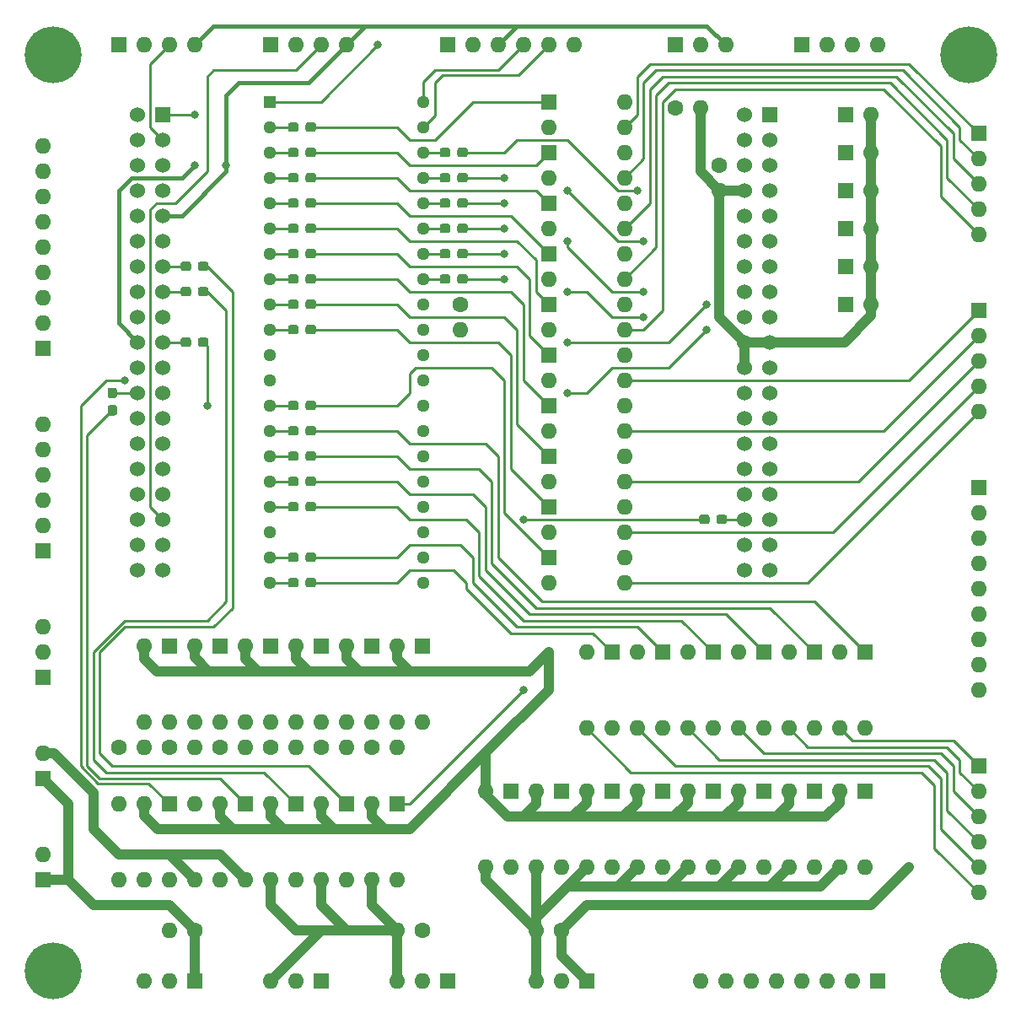
<source format=gbl>
G04 #@! TF.GenerationSoftware,KiCad,Pcbnew,(5.1.6)-1*
G04 #@! TF.CreationDate,2023-04-05T00:01:16+09:00*
G04 #@! TF.ProjectId,SubPCB,53756250-4342-42e6-9b69-6361645f7063,rev?*
G04 #@! TF.SameCoordinates,Original*
G04 #@! TF.FileFunction,Copper,L2,Bot*
G04 #@! TF.FilePolarity,Positive*
%FSLAX46Y46*%
G04 Gerber Fmt 4.6, Leading zero omitted, Abs format (unit mm)*
G04 Created by KiCad (PCBNEW (5.1.6)-1) date 2023-04-05 00:01:16*
%MOMM*%
%LPD*%
G01*
G04 APERTURE LIST*
G04 #@! TA.AperFunction,ComponentPad*
%ADD10O,1.600000X1.600000*%
G04 #@! TD*
G04 #@! TA.AperFunction,ComponentPad*
%ADD11R,1.600000X1.600000*%
G04 #@! TD*
G04 #@! TA.AperFunction,ComponentPad*
%ADD12R,1.530000X1.530000*%
G04 #@! TD*
G04 #@! TA.AperFunction,ComponentPad*
%ADD13C,1.530000*%
G04 #@! TD*
G04 #@! TA.AperFunction,ComponentPad*
%ADD14C,1.600000*%
G04 #@! TD*
G04 #@! TA.AperFunction,ComponentPad*
%ADD15C,1.280000*%
G04 #@! TD*
G04 #@! TA.AperFunction,ComponentPad*
%ADD16R,1.280000X1.280000*%
G04 #@! TD*
G04 #@! TA.AperFunction,ComponentPad*
%ADD17C,5.700000*%
G04 #@! TD*
G04 #@! TA.AperFunction,ViaPad*
%ADD18C,0.800000*%
G04 #@! TD*
G04 #@! TA.AperFunction,Conductor*
%ADD19C,0.400000*%
G04 #@! TD*
G04 #@! TA.AperFunction,Conductor*
%ADD20C,1.000000*%
G04 #@! TD*
G04 #@! TA.AperFunction,Conductor*
%ADD21C,0.250000*%
G04 #@! TD*
G04 APERTURE END LIST*
D10*
X83185000Y-6985000D03*
D11*
X80645000Y-6985000D03*
D10*
X83185000Y-10795000D03*
D11*
X80645000Y-10795000D03*
D10*
X83185000Y-14605000D03*
D11*
X80645000Y-14605000D03*
D10*
X83185000Y-18415000D03*
D11*
X80645000Y-18415000D03*
D10*
X83185000Y-22225000D03*
D11*
X80645000Y-22225000D03*
D10*
X83185000Y-26035000D03*
D11*
X80645000Y-26035000D03*
G04 #@! TA.AperFunction,SMDPad,CuDef*
G36*
G01*
X40925000Y-23257500D02*
X40925000Y-23732500D01*
G75*
G02*
X40687500Y-23970000I-237500J0D01*
G01*
X40112500Y-23970000D01*
G75*
G02*
X39875000Y-23732500I0J237500D01*
G01*
X39875000Y-23257500D01*
G75*
G02*
X40112500Y-23020000I237500J0D01*
G01*
X40687500Y-23020000D01*
G75*
G02*
X40925000Y-23257500I0J-237500D01*
G01*
G37*
G04 #@! TD.AperFunction*
G04 #@! TA.AperFunction,SMDPad,CuDef*
G36*
G01*
X42675000Y-23257500D02*
X42675000Y-23732500D01*
G75*
G02*
X42437500Y-23970000I-237500J0D01*
G01*
X41862500Y-23970000D01*
G75*
G02*
X41625000Y-23732500I0J237500D01*
G01*
X41625000Y-23257500D01*
G75*
G02*
X41862500Y-23020000I237500J0D01*
G01*
X42437500Y-23020000D01*
G75*
G02*
X42675000Y-23257500I0J-237500D01*
G01*
G37*
G04 #@! TD.AperFunction*
G04 #@! TA.AperFunction,SMDPad,CuDef*
G36*
G01*
X40925000Y-20717500D02*
X40925000Y-21192500D01*
G75*
G02*
X40687500Y-21430000I-237500J0D01*
G01*
X40112500Y-21430000D01*
G75*
G02*
X39875000Y-21192500I0J237500D01*
G01*
X39875000Y-20717500D01*
G75*
G02*
X40112500Y-20480000I237500J0D01*
G01*
X40687500Y-20480000D01*
G75*
G02*
X40925000Y-20717500I0J-237500D01*
G01*
G37*
G04 #@! TD.AperFunction*
G04 #@! TA.AperFunction,SMDPad,CuDef*
G36*
G01*
X42675000Y-20717500D02*
X42675000Y-21192500D01*
G75*
G02*
X42437500Y-21430000I-237500J0D01*
G01*
X41862500Y-21430000D01*
G75*
G02*
X41625000Y-21192500I0J237500D01*
G01*
X41625000Y-20717500D01*
G75*
G02*
X41862500Y-20480000I237500J0D01*
G01*
X42437500Y-20480000D01*
G75*
G02*
X42675000Y-20717500I0J-237500D01*
G01*
G37*
G04 #@! TD.AperFunction*
G04 #@! TA.AperFunction,SMDPad,CuDef*
G36*
G01*
X40925000Y-18177500D02*
X40925000Y-18652500D01*
G75*
G02*
X40687500Y-18890000I-237500J0D01*
G01*
X40112500Y-18890000D01*
G75*
G02*
X39875000Y-18652500I0J237500D01*
G01*
X39875000Y-18177500D01*
G75*
G02*
X40112500Y-17940000I237500J0D01*
G01*
X40687500Y-17940000D01*
G75*
G02*
X40925000Y-18177500I0J-237500D01*
G01*
G37*
G04 #@! TD.AperFunction*
G04 #@! TA.AperFunction,SMDPad,CuDef*
G36*
G01*
X42675000Y-18177500D02*
X42675000Y-18652500D01*
G75*
G02*
X42437500Y-18890000I-237500J0D01*
G01*
X41862500Y-18890000D01*
G75*
G02*
X41625000Y-18652500I0J237500D01*
G01*
X41625000Y-18177500D01*
G75*
G02*
X41862500Y-17940000I237500J0D01*
G01*
X42437500Y-17940000D01*
G75*
G02*
X42675000Y-18177500I0J-237500D01*
G01*
G37*
G04 #@! TD.AperFunction*
G04 #@! TA.AperFunction,SMDPad,CuDef*
G36*
G01*
X40925000Y-15637500D02*
X40925000Y-16112500D01*
G75*
G02*
X40687500Y-16350000I-237500J0D01*
G01*
X40112500Y-16350000D01*
G75*
G02*
X39875000Y-16112500I0J237500D01*
G01*
X39875000Y-15637500D01*
G75*
G02*
X40112500Y-15400000I237500J0D01*
G01*
X40687500Y-15400000D01*
G75*
G02*
X40925000Y-15637500I0J-237500D01*
G01*
G37*
G04 #@! TD.AperFunction*
G04 #@! TA.AperFunction,SMDPad,CuDef*
G36*
G01*
X42675000Y-15637500D02*
X42675000Y-16112500D01*
G75*
G02*
X42437500Y-16350000I-237500J0D01*
G01*
X41862500Y-16350000D01*
G75*
G02*
X41625000Y-16112500I0J237500D01*
G01*
X41625000Y-15637500D01*
G75*
G02*
X41862500Y-15400000I237500J0D01*
G01*
X42437500Y-15400000D01*
G75*
G02*
X42675000Y-15637500I0J-237500D01*
G01*
G37*
G04 #@! TD.AperFunction*
G04 #@! TA.AperFunction,SMDPad,CuDef*
G36*
G01*
X40925000Y-13097500D02*
X40925000Y-13572500D01*
G75*
G02*
X40687500Y-13810000I-237500J0D01*
G01*
X40112500Y-13810000D01*
G75*
G02*
X39875000Y-13572500I0J237500D01*
G01*
X39875000Y-13097500D01*
G75*
G02*
X40112500Y-12860000I237500J0D01*
G01*
X40687500Y-12860000D01*
G75*
G02*
X40925000Y-13097500I0J-237500D01*
G01*
G37*
G04 #@! TD.AperFunction*
G04 #@! TA.AperFunction,SMDPad,CuDef*
G36*
G01*
X42675000Y-13097500D02*
X42675000Y-13572500D01*
G75*
G02*
X42437500Y-13810000I-237500J0D01*
G01*
X41862500Y-13810000D01*
G75*
G02*
X41625000Y-13572500I0J237500D01*
G01*
X41625000Y-13097500D01*
G75*
G02*
X41862500Y-12860000I237500J0D01*
G01*
X42437500Y-12860000D01*
G75*
G02*
X42675000Y-13097500I0J-237500D01*
G01*
G37*
G04 #@! TD.AperFunction*
G04 #@! TA.AperFunction,SMDPad,CuDef*
G36*
G01*
X40925000Y-10557500D02*
X40925000Y-11032500D01*
G75*
G02*
X40687500Y-11270000I-237500J0D01*
G01*
X40112500Y-11270000D01*
G75*
G02*
X39875000Y-11032500I0J237500D01*
G01*
X39875000Y-10557500D01*
G75*
G02*
X40112500Y-10320000I237500J0D01*
G01*
X40687500Y-10320000D01*
G75*
G02*
X40925000Y-10557500I0J-237500D01*
G01*
G37*
G04 #@! TD.AperFunction*
G04 #@! TA.AperFunction,SMDPad,CuDef*
G36*
G01*
X42675000Y-10557500D02*
X42675000Y-11032500D01*
G75*
G02*
X42437500Y-11270000I-237500J0D01*
G01*
X41862500Y-11270000D01*
G75*
G02*
X41625000Y-11032500I0J237500D01*
G01*
X41625000Y-10557500D01*
G75*
G02*
X41862500Y-10320000I237500J0D01*
G01*
X42437500Y-10320000D01*
G75*
G02*
X42675000Y-10557500I0J-237500D01*
G01*
G37*
G04 #@! TD.AperFunction*
D12*
X73025000Y-6985000D03*
D13*
X73025000Y-52705000D03*
X70485000Y-6985000D03*
X73025000Y-9525000D03*
X70485000Y-9525000D03*
X73025000Y-12065000D03*
X70485000Y-12065000D03*
X73025000Y-14605000D03*
X70485000Y-14605000D03*
X73025000Y-17145000D03*
X70485000Y-17145000D03*
X73025000Y-19685000D03*
X70485000Y-19685000D03*
X73025000Y-22225000D03*
X70485000Y-22225000D03*
X73025000Y-24765000D03*
X70485000Y-24765000D03*
X73025000Y-27305000D03*
X70485000Y-27305000D03*
X73025000Y-29845000D03*
X70485000Y-29845000D03*
X73025000Y-32385000D03*
X70485000Y-32385000D03*
X73025000Y-34925000D03*
X70485000Y-34925000D03*
X73025000Y-37465000D03*
X70485000Y-37465000D03*
X73025000Y-40005000D03*
X70485000Y-40005000D03*
X73025000Y-42545000D03*
X70485000Y-42545000D03*
X73025000Y-45085000D03*
X70485000Y-45085000D03*
X73025000Y-47625000D03*
X70485000Y-47625000D03*
X73025000Y-50165000D03*
X70485000Y-50165000D03*
X70485000Y-52705000D03*
D12*
X12065000Y-6985000D03*
D13*
X12065000Y-52705000D03*
X9525000Y-6985000D03*
X12065000Y-9525000D03*
X9525000Y-9525000D03*
X12065000Y-12065000D03*
X9525000Y-12065000D03*
X12065000Y-14605000D03*
X9525000Y-14605000D03*
X12065000Y-17145000D03*
X9525000Y-17145000D03*
X12065000Y-19685000D03*
X9525000Y-19685000D03*
X12065000Y-22225000D03*
X9525000Y-22225000D03*
X12065000Y-24765000D03*
X9525000Y-24765000D03*
X12065000Y-27305000D03*
X9525000Y-27305000D03*
X12065000Y-29845000D03*
X9525000Y-29845000D03*
X12065000Y-32385000D03*
X9525000Y-32385000D03*
X12065000Y-34925000D03*
X9525000Y-34925000D03*
X12065000Y-37465000D03*
X9525000Y-37465000D03*
X12065000Y-40005000D03*
X9525000Y-40005000D03*
X12065000Y-42545000D03*
X9525000Y-42545000D03*
X12065000Y-45085000D03*
X9525000Y-45085000D03*
X12065000Y-47625000D03*
X9525000Y-47625000D03*
X12065000Y-50165000D03*
X9525000Y-50165000D03*
X9525000Y-52705000D03*
D10*
X25400000Y-93980000D03*
X22860000Y-93980000D03*
D11*
X27940000Y-93980000D03*
X76200000Y0D03*
D10*
X81280000Y0D03*
X78740000Y0D03*
X83820000Y0D03*
X93980000Y-52070000D03*
X93980000Y-46990000D03*
X93980000Y-49530000D03*
D11*
X93980000Y-44450000D03*
D10*
X93980000Y-54610000D03*
X93980000Y-57150000D03*
X93980000Y-59690000D03*
X93980000Y-62230000D03*
X93980000Y-64770000D03*
X46990000Y-82550000D03*
X44450000Y-74930000D03*
X44450000Y-82550000D03*
D11*
X46990000Y-74930000D03*
D10*
X52070000Y-82550000D03*
X49530000Y-74930000D03*
X49530000Y-82550000D03*
D11*
X52070000Y-74930000D03*
D10*
X57150000Y-82550000D03*
X54610000Y-74930000D03*
X54610000Y-82550000D03*
D11*
X57150000Y-74930000D03*
D10*
X62230000Y-82550000D03*
X59690000Y-74930000D03*
X59690000Y-82550000D03*
D11*
X62230000Y-74930000D03*
D10*
X67310000Y-82550000D03*
X64770000Y-74930000D03*
X64770000Y-82550000D03*
D11*
X67310000Y-74930000D03*
D10*
X72390000Y-82550000D03*
X69850000Y-74930000D03*
X69850000Y-82550000D03*
D11*
X72390000Y-74930000D03*
D10*
X77470000Y-82550000D03*
X74930000Y-74930000D03*
X74930000Y-82550000D03*
D11*
X77470000Y-74930000D03*
D10*
X82550000Y-82550000D03*
X80010000Y-74930000D03*
X80010000Y-82550000D03*
D11*
X82550000Y-74930000D03*
D10*
X57150000Y-68580000D03*
X54610000Y-60960000D03*
X54610000Y-68580000D03*
D11*
X57150000Y-60960000D03*
D10*
X62230000Y-68580000D03*
X59690000Y-60960000D03*
X59690000Y-68580000D03*
D11*
X62230000Y-60960000D03*
D10*
X67310000Y-68580000D03*
X64770000Y-60960000D03*
X64770000Y-68580000D03*
D11*
X67310000Y-60960000D03*
D10*
X72390000Y-68580000D03*
X69850000Y-60960000D03*
X69850000Y-68580000D03*
D11*
X72390000Y-60960000D03*
D10*
X77470000Y-68580000D03*
X74930000Y-60960000D03*
X74930000Y-68580000D03*
D11*
X77470000Y-60960000D03*
D10*
X82550000Y-68580000D03*
X80010000Y-60960000D03*
X80010000Y-68580000D03*
D11*
X82550000Y-60960000D03*
D10*
X58420000Y-51435000D03*
X50800000Y-53975000D03*
X58420000Y-53975000D03*
D11*
X50800000Y-51435000D03*
D10*
X58420000Y-46355000D03*
X50800000Y-48895000D03*
X58420000Y-48895000D03*
D11*
X50800000Y-46355000D03*
D10*
X58420000Y-41275000D03*
X50800000Y-43815000D03*
X58420000Y-43815000D03*
D11*
X50800000Y-41275000D03*
D10*
X58420000Y-36195000D03*
X50800000Y-38735000D03*
X58420000Y-38735000D03*
D11*
X50800000Y-36195000D03*
D10*
X58420000Y-31115000D03*
X50800000Y-33655000D03*
X58420000Y-33655000D03*
D11*
X50800000Y-31115000D03*
D10*
X58420000Y-26035000D03*
X50800000Y-28575000D03*
X58420000Y-28575000D03*
D11*
X50800000Y-26035000D03*
D10*
X58420000Y-20955000D03*
X50800000Y-23495000D03*
X58420000Y-23495000D03*
D11*
X50800000Y-20955000D03*
D10*
X58420000Y-15875000D03*
X50800000Y-18415000D03*
X58420000Y-18415000D03*
D11*
X50800000Y-15875000D03*
D10*
X58420000Y-10795000D03*
X50800000Y-13335000D03*
X58420000Y-13335000D03*
D11*
X50800000Y-10795000D03*
D10*
X58420000Y-5715000D03*
X50800000Y-8255000D03*
X58420000Y-8255000D03*
D11*
X50800000Y-5715000D03*
D10*
X12700000Y-67945000D03*
X10160000Y-60325000D03*
X10160000Y-67945000D03*
D11*
X12700000Y-60325000D03*
D10*
X17780000Y-67945000D03*
X15240000Y-60325000D03*
X15240000Y-67945000D03*
D11*
X17780000Y-60325000D03*
D10*
X22860000Y-67945000D03*
X20320000Y-60325000D03*
X20320000Y-67945000D03*
D11*
X22860000Y-60325000D03*
D10*
X27940000Y-67945000D03*
X25400000Y-60325000D03*
X25400000Y-67945000D03*
D11*
X27940000Y-60325000D03*
D10*
X33020000Y-67945000D03*
X30480000Y-60325000D03*
X30480000Y-67945000D03*
D11*
X33020000Y-60325000D03*
D10*
X38100000Y-67945000D03*
X35560000Y-60325000D03*
X35560000Y-67945000D03*
D11*
X38100000Y-60325000D03*
D10*
X25400000Y-83820000D03*
X22860000Y-76200000D03*
X22860000Y-83820000D03*
D11*
X25400000Y-76200000D03*
D10*
X30480000Y-83820000D03*
X27940000Y-76200000D03*
X27940000Y-83820000D03*
D11*
X30480000Y-76200000D03*
D10*
X35560000Y-83820000D03*
X33020000Y-76200000D03*
X33020000Y-83820000D03*
D11*
X35560000Y-76200000D03*
D10*
X12700000Y-83820000D03*
X7620000Y-76200000D03*
X10160000Y-83820000D03*
X10160000Y-76200000D03*
X7620000Y-83820000D03*
D11*
X12700000Y-76200000D03*
D10*
X20320000Y-83820000D03*
X15240000Y-76200000D03*
X17780000Y-83820000D03*
X17780000Y-76200000D03*
X15240000Y-83820000D03*
D11*
X20320000Y-76200000D03*
G04 #@! TA.AperFunction,SMDPad,CuDef*
G36*
G01*
X25685000Y-53737500D02*
X25685000Y-54212500D01*
G75*
G02*
X25447500Y-54450000I-237500J0D01*
G01*
X24872500Y-54450000D01*
G75*
G02*
X24635000Y-54212500I0J237500D01*
G01*
X24635000Y-53737500D01*
G75*
G02*
X24872500Y-53500000I237500J0D01*
G01*
X25447500Y-53500000D01*
G75*
G02*
X25685000Y-53737500I0J-237500D01*
G01*
G37*
G04 #@! TD.AperFunction*
G04 #@! TA.AperFunction,SMDPad,CuDef*
G36*
G01*
X27435000Y-53737500D02*
X27435000Y-54212500D01*
G75*
G02*
X27197500Y-54450000I-237500J0D01*
G01*
X26622500Y-54450000D01*
G75*
G02*
X26385000Y-54212500I0J237500D01*
G01*
X26385000Y-53737500D01*
G75*
G02*
X26622500Y-53500000I237500J0D01*
G01*
X27197500Y-53500000D01*
G75*
G02*
X27435000Y-53737500I0J-237500D01*
G01*
G37*
G04 #@! TD.AperFunction*
G04 #@! TA.AperFunction,SMDPad,CuDef*
G36*
G01*
X25685000Y-51197500D02*
X25685000Y-51672500D01*
G75*
G02*
X25447500Y-51910000I-237500J0D01*
G01*
X24872500Y-51910000D01*
G75*
G02*
X24635000Y-51672500I0J237500D01*
G01*
X24635000Y-51197500D01*
G75*
G02*
X24872500Y-50960000I237500J0D01*
G01*
X25447500Y-50960000D01*
G75*
G02*
X25685000Y-51197500I0J-237500D01*
G01*
G37*
G04 #@! TD.AperFunction*
G04 #@! TA.AperFunction,SMDPad,CuDef*
G36*
G01*
X27435000Y-51197500D02*
X27435000Y-51672500D01*
G75*
G02*
X27197500Y-51910000I-237500J0D01*
G01*
X26622500Y-51910000D01*
G75*
G02*
X26385000Y-51672500I0J237500D01*
G01*
X26385000Y-51197500D01*
G75*
G02*
X26622500Y-50960000I237500J0D01*
G01*
X27197500Y-50960000D01*
G75*
G02*
X27435000Y-51197500I0J-237500D01*
G01*
G37*
G04 #@! TD.AperFunction*
G04 #@! TA.AperFunction,SMDPad,CuDef*
G36*
G01*
X25685000Y-46117500D02*
X25685000Y-46592500D01*
G75*
G02*
X25447500Y-46830000I-237500J0D01*
G01*
X24872500Y-46830000D01*
G75*
G02*
X24635000Y-46592500I0J237500D01*
G01*
X24635000Y-46117500D01*
G75*
G02*
X24872500Y-45880000I237500J0D01*
G01*
X25447500Y-45880000D01*
G75*
G02*
X25685000Y-46117500I0J-237500D01*
G01*
G37*
G04 #@! TD.AperFunction*
G04 #@! TA.AperFunction,SMDPad,CuDef*
G36*
G01*
X27435000Y-46117500D02*
X27435000Y-46592500D01*
G75*
G02*
X27197500Y-46830000I-237500J0D01*
G01*
X26622500Y-46830000D01*
G75*
G02*
X26385000Y-46592500I0J237500D01*
G01*
X26385000Y-46117500D01*
G75*
G02*
X26622500Y-45880000I237500J0D01*
G01*
X27197500Y-45880000D01*
G75*
G02*
X27435000Y-46117500I0J-237500D01*
G01*
G37*
G04 #@! TD.AperFunction*
G04 #@! TA.AperFunction,SMDPad,CuDef*
G36*
G01*
X25685000Y-43577500D02*
X25685000Y-44052500D01*
G75*
G02*
X25447500Y-44290000I-237500J0D01*
G01*
X24872500Y-44290000D01*
G75*
G02*
X24635000Y-44052500I0J237500D01*
G01*
X24635000Y-43577500D01*
G75*
G02*
X24872500Y-43340000I237500J0D01*
G01*
X25447500Y-43340000D01*
G75*
G02*
X25685000Y-43577500I0J-237500D01*
G01*
G37*
G04 #@! TD.AperFunction*
G04 #@! TA.AperFunction,SMDPad,CuDef*
G36*
G01*
X27435000Y-43577500D02*
X27435000Y-44052500D01*
G75*
G02*
X27197500Y-44290000I-237500J0D01*
G01*
X26622500Y-44290000D01*
G75*
G02*
X26385000Y-44052500I0J237500D01*
G01*
X26385000Y-43577500D01*
G75*
G02*
X26622500Y-43340000I237500J0D01*
G01*
X27197500Y-43340000D01*
G75*
G02*
X27435000Y-43577500I0J-237500D01*
G01*
G37*
G04 #@! TD.AperFunction*
G04 #@! TA.AperFunction,SMDPad,CuDef*
G36*
G01*
X25685000Y-41037500D02*
X25685000Y-41512500D01*
G75*
G02*
X25447500Y-41750000I-237500J0D01*
G01*
X24872500Y-41750000D01*
G75*
G02*
X24635000Y-41512500I0J237500D01*
G01*
X24635000Y-41037500D01*
G75*
G02*
X24872500Y-40800000I237500J0D01*
G01*
X25447500Y-40800000D01*
G75*
G02*
X25685000Y-41037500I0J-237500D01*
G01*
G37*
G04 #@! TD.AperFunction*
G04 #@! TA.AperFunction,SMDPad,CuDef*
G36*
G01*
X27435000Y-41037500D02*
X27435000Y-41512500D01*
G75*
G02*
X27197500Y-41750000I-237500J0D01*
G01*
X26622500Y-41750000D01*
G75*
G02*
X26385000Y-41512500I0J237500D01*
G01*
X26385000Y-41037500D01*
G75*
G02*
X26622500Y-40800000I237500J0D01*
G01*
X27197500Y-40800000D01*
G75*
G02*
X27435000Y-41037500I0J-237500D01*
G01*
G37*
G04 #@! TD.AperFunction*
G04 #@! TA.AperFunction,SMDPad,CuDef*
G36*
G01*
X25685000Y-38497500D02*
X25685000Y-38972500D01*
G75*
G02*
X25447500Y-39210000I-237500J0D01*
G01*
X24872500Y-39210000D01*
G75*
G02*
X24635000Y-38972500I0J237500D01*
G01*
X24635000Y-38497500D01*
G75*
G02*
X24872500Y-38260000I237500J0D01*
G01*
X25447500Y-38260000D01*
G75*
G02*
X25685000Y-38497500I0J-237500D01*
G01*
G37*
G04 #@! TD.AperFunction*
G04 #@! TA.AperFunction,SMDPad,CuDef*
G36*
G01*
X27435000Y-38497500D02*
X27435000Y-38972500D01*
G75*
G02*
X27197500Y-39210000I-237500J0D01*
G01*
X26622500Y-39210000D01*
G75*
G02*
X26385000Y-38972500I0J237500D01*
G01*
X26385000Y-38497500D01*
G75*
G02*
X26622500Y-38260000I237500J0D01*
G01*
X27197500Y-38260000D01*
G75*
G02*
X27435000Y-38497500I0J-237500D01*
G01*
G37*
G04 #@! TD.AperFunction*
G04 #@! TA.AperFunction,SMDPad,CuDef*
G36*
G01*
X25685000Y-35957500D02*
X25685000Y-36432500D01*
G75*
G02*
X25447500Y-36670000I-237500J0D01*
G01*
X24872500Y-36670000D01*
G75*
G02*
X24635000Y-36432500I0J237500D01*
G01*
X24635000Y-35957500D01*
G75*
G02*
X24872500Y-35720000I237500J0D01*
G01*
X25447500Y-35720000D01*
G75*
G02*
X25685000Y-35957500I0J-237500D01*
G01*
G37*
G04 #@! TD.AperFunction*
G04 #@! TA.AperFunction,SMDPad,CuDef*
G36*
G01*
X27435000Y-35957500D02*
X27435000Y-36432500D01*
G75*
G02*
X27197500Y-36670000I-237500J0D01*
G01*
X26622500Y-36670000D01*
G75*
G02*
X26385000Y-36432500I0J237500D01*
G01*
X26385000Y-35957500D01*
G75*
G02*
X26622500Y-35720000I237500J0D01*
G01*
X27197500Y-35720000D01*
G75*
G02*
X27435000Y-35957500I0J-237500D01*
G01*
G37*
G04 #@! TD.AperFunction*
G04 #@! TA.AperFunction,SMDPad,CuDef*
G36*
G01*
X25685000Y-28337500D02*
X25685000Y-28812500D01*
G75*
G02*
X25447500Y-29050000I-237500J0D01*
G01*
X24872500Y-29050000D01*
G75*
G02*
X24635000Y-28812500I0J237500D01*
G01*
X24635000Y-28337500D01*
G75*
G02*
X24872500Y-28100000I237500J0D01*
G01*
X25447500Y-28100000D01*
G75*
G02*
X25685000Y-28337500I0J-237500D01*
G01*
G37*
G04 #@! TD.AperFunction*
G04 #@! TA.AperFunction,SMDPad,CuDef*
G36*
G01*
X27435000Y-28337500D02*
X27435000Y-28812500D01*
G75*
G02*
X27197500Y-29050000I-237500J0D01*
G01*
X26622500Y-29050000D01*
G75*
G02*
X26385000Y-28812500I0J237500D01*
G01*
X26385000Y-28337500D01*
G75*
G02*
X26622500Y-28100000I237500J0D01*
G01*
X27197500Y-28100000D01*
G75*
G02*
X27435000Y-28337500I0J-237500D01*
G01*
G37*
G04 #@! TD.AperFunction*
G04 #@! TA.AperFunction,SMDPad,CuDef*
G36*
G01*
X25685000Y-25797500D02*
X25685000Y-26272500D01*
G75*
G02*
X25447500Y-26510000I-237500J0D01*
G01*
X24872500Y-26510000D01*
G75*
G02*
X24635000Y-26272500I0J237500D01*
G01*
X24635000Y-25797500D01*
G75*
G02*
X24872500Y-25560000I237500J0D01*
G01*
X25447500Y-25560000D01*
G75*
G02*
X25685000Y-25797500I0J-237500D01*
G01*
G37*
G04 #@! TD.AperFunction*
G04 #@! TA.AperFunction,SMDPad,CuDef*
G36*
G01*
X27435000Y-25797500D02*
X27435000Y-26272500D01*
G75*
G02*
X27197500Y-26510000I-237500J0D01*
G01*
X26622500Y-26510000D01*
G75*
G02*
X26385000Y-26272500I0J237500D01*
G01*
X26385000Y-25797500D01*
G75*
G02*
X26622500Y-25560000I237500J0D01*
G01*
X27197500Y-25560000D01*
G75*
G02*
X27435000Y-25797500I0J-237500D01*
G01*
G37*
G04 #@! TD.AperFunction*
G04 #@! TA.AperFunction,SMDPad,CuDef*
G36*
G01*
X25685000Y-23257500D02*
X25685000Y-23732500D01*
G75*
G02*
X25447500Y-23970000I-237500J0D01*
G01*
X24872500Y-23970000D01*
G75*
G02*
X24635000Y-23732500I0J237500D01*
G01*
X24635000Y-23257500D01*
G75*
G02*
X24872500Y-23020000I237500J0D01*
G01*
X25447500Y-23020000D01*
G75*
G02*
X25685000Y-23257500I0J-237500D01*
G01*
G37*
G04 #@! TD.AperFunction*
G04 #@! TA.AperFunction,SMDPad,CuDef*
G36*
G01*
X27435000Y-23257500D02*
X27435000Y-23732500D01*
G75*
G02*
X27197500Y-23970000I-237500J0D01*
G01*
X26622500Y-23970000D01*
G75*
G02*
X26385000Y-23732500I0J237500D01*
G01*
X26385000Y-23257500D01*
G75*
G02*
X26622500Y-23020000I237500J0D01*
G01*
X27197500Y-23020000D01*
G75*
G02*
X27435000Y-23257500I0J-237500D01*
G01*
G37*
G04 #@! TD.AperFunction*
G04 #@! TA.AperFunction,SMDPad,CuDef*
G36*
G01*
X25685000Y-20717500D02*
X25685000Y-21192500D01*
G75*
G02*
X25447500Y-21430000I-237500J0D01*
G01*
X24872500Y-21430000D01*
G75*
G02*
X24635000Y-21192500I0J237500D01*
G01*
X24635000Y-20717500D01*
G75*
G02*
X24872500Y-20480000I237500J0D01*
G01*
X25447500Y-20480000D01*
G75*
G02*
X25685000Y-20717500I0J-237500D01*
G01*
G37*
G04 #@! TD.AperFunction*
G04 #@! TA.AperFunction,SMDPad,CuDef*
G36*
G01*
X27435000Y-20717500D02*
X27435000Y-21192500D01*
G75*
G02*
X27197500Y-21430000I-237500J0D01*
G01*
X26622500Y-21430000D01*
G75*
G02*
X26385000Y-21192500I0J237500D01*
G01*
X26385000Y-20717500D01*
G75*
G02*
X26622500Y-20480000I237500J0D01*
G01*
X27197500Y-20480000D01*
G75*
G02*
X27435000Y-20717500I0J-237500D01*
G01*
G37*
G04 #@! TD.AperFunction*
G04 #@! TA.AperFunction,SMDPad,CuDef*
G36*
G01*
X25685000Y-18177500D02*
X25685000Y-18652500D01*
G75*
G02*
X25447500Y-18890000I-237500J0D01*
G01*
X24872500Y-18890000D01*
G75*
G02*
X24635000Y-18652500I0J237500D01*
G01*
X24635000Y-18177500D01*
G75*
G02*
X24872500Y-17940000I237500J0D01*
G01*
X25447500Y-17940000D01*
G75*
G02*
X25685000Y-18177500I0J-237500D01*
G01*
G37*
G04 #@! TD.AperFunction*
G04 #@! TA.AperFunction,SMDPad,CuDef*
G36*
G01*
X27435000Y-18177500D02*
X27435000Y-18652500D01*
G75*
G02*
X27197500Y-18890000I-237500J0D01*
G01*
X26622500Y-18890000D01*
G75*
G02*
X26385000Y-18652500I0J237500D01*
G01*
X26385000Y-18177500D01*
G75*
G02*
X26622500Y-17940000I237500J0D01*
G01*
X27197500Y-17940000D01*
G75*
G02*
X27435000Y-18177500I0J-237500D01*
G01*
G37*
G04 #@! TD.AperFunction*
G04 #@! TA.AperFunction,SMDPad,CuDef*
G36*
G01*
X25685000Y-15637500D02*
X25685000Y-16112500D01*
G75*
G02*
X25447500Y-16350000I-237500J0D01*
G01*
X24872500Y-16350000D01*
G75*
G02*
X24635000Y-16112500I0J237500D01*
G01*
X24635000Y-15637500D01*
G75*
G02*
X24872500Y-15400000I237500J0D01*
G01*
X25447500Y-15400000D01*
G75*
G02*
X25685000Y-15637500I0J-237500D01*
G01*
G37*
G04 #@! TD.AperFunction*
G04 #@! TA.AperFunction,SMDPad,CuDef*
G36*
G01*
X27435000Y-15637500D02*
X27435000Y-16112500D01*
G75*
G02*
X27197500Y-16350000I-237500J0D01*
G01*
X26622500Y-16350000D01*
G75*
G02*
X26385000Y-16112500I0J237500D01*
G01*
X26385000Y-15637500D01*
G75*
G02*
X26622500Y-15400000I237500J0D01*
G01*
X27197500Y-15400000D01*
G75*
G02*
X27435000Y-15637500I0J-237500D01*
G01*
G37*
G04 #@! TD.AperFunction*
G04 #@! TA.AperFunction,SMDPad,CuDef*
G36*
G01*
X25685000Y-13097500D02*
X25685000Y-13572500D01*
G75*
G02*
X25447500Y-13810000I-237500J0D01*
G01*
X24872500Y-13810000D01*
G75*
G02*
X24635000Y-13572500I0J237500D01*
G01*
X24635000Y-13097500D01*
G75*
G02*
X24872500Y-12860000I237500J0D01*
G01*
X25447500Y-12860000D01*
G75*
G02*
X25685000Y-13097500I0J-237500D01*
G01*
G37*
G04 #@! TD.AperFunction*
G04 #@! TA.AperFunction,SMDPad,CuDef*
G36*
G01*
X27435000Y-13097500D02*
X27435000Y-13572500D01*
G75*
G02*
X27197500Y-13810000I-237500J0D01*
G01*
X26622500Y-13810000D01*
G75*
G02*
X26385000Y-13572500I0J237500D01*
G01*
X26385000Y-13097500D01*
G75*
G02*
X26622500Y-12860000I237500J0D01*
G01*
X27197500Y-12860000D01*
G75*
G02*
X27435000Y-13097500I0J-237500D01*
G01*
G37*
G04 #@! TD.AperFunction*
G04 #@! TA.AperFunction,SMDPad,CuDef*
G36*
G01*
X25685000Y-10557500D02*
X25685000Y-11032500D01*
G75*
G02*
X25447500Y-11270000I-237500J0D01*
G01*
X24872500Y-11270000D01*
G75*
G02*
X24635000Y-11032500I0J237500D01*
G01*
X24635000Y-10557500D01*
G75*
G02*
X24872500Y-10320000I237500J0D01*
G01*
X25447500Y-10320000D01*
G75*
G02*
X25685000Y-10557500I0J-237500D01*
G01*
G37*
G04 #@! TD.AperFunction*
G04 #@! TA.AperFunction,SMDPad,CuDef*
G36*
G01*
X27435000Y-10557500D02*
X27435000Y-11032500D01*
G75*
G02*
X27197500Y-11270000I-237500J0D01*
G01*
X26622500Y-11270000D01*
G75*
G02*
X26385000Y-11032500I0J237500D01*
G01*
X26385000Y-10557500D01*
G75*
G02*
X26622500Y-10320000I237500J0D01*
G01*
X27197500Y-10320000D01*
G75*
G02*
X27435000Y-10557500I0J-237500D01*
G01*
G37*
G04 #@! TD.AperFunction*
G04 #@! TA.AperFunction,SMDPad,CuDef*
G36*
G01*
X25685000Y-8017500D02*
X25685000Y-8492500D01*
G75*
G02*
X25447500Y-8730000I-237500J0D01*
G01*
X24872500Y-8730000D01*
G75*
G02*
X24635000Y-8492500I0J237500D01*
G01*
X24635000Y-8017500D01*
G75*
G02*
X24872500Y-7780000I237500J0D01*
G01*
X25447500Y-7780000D01*
G75*
G02*
X25685000Y-8017500I0J-237500D01*
G01*
G37*
G04 #@! TD.AperFunction*
G04 #@! TA.AperFunction,SMDPad,CuDef*
G36*
G01*
X27435000Y-8017500D02*
X27435000Y-8492500D01*
G75*
G02*
X27197500Y-8730000I-237500J0D01*
G01*
X26622500Y-8730000D01*
G75*
G02*
X26385000Y-8492500I0J237500D01*
G01*
X26385000Y-8017500D01*
G75*
G02*
X26622500Y-7780000I237500J0D01*
G01*
X27197500Y-7780000D01*
G75*
G02*
X27435000Y-8017500I0J-237500D01*
G01*
G37*
G04 #@! TD.AperFunction*
D10*
X10160000Y-70485000D03*
D14*
X7620000Y-70485000D03*
D10*
X15240000Y-70485000D03*
D14*
X12700000Y-70485000D03*
D10*
X20320000Y-70485000D03*
D14*
X17780000Y-70485000D03*
D10*
X25400000Y-70485000D03*
D14*
X22860000Y-70485000D03*
D10*
X30480000Y-70485000D03*
D14*
X27940000Y-70485000D03*
D10*
X35560000Y-70485000D03*
D14*
X33020000Y-70485000D03*
G04 #@! TA.AperFunction,SMDPad,CuDef*
G36*
G01*
X14890000Y-29607500D02*
X14890000Y-30082500D01*
G75*
G02*
X14652500Y-30320000I-237500J0D01*
G01*
X14077500Y-30320000D01*
G75*
G02*
X13840000Y-30082500I0J237500D01*
G01*
X13840000Y-29607500D01*
G75*
G02*
X14077500Y-29370000I237500J0D01*
G01*
X14652500Y-29370000D01*
G75*
G02*
X14890000Y-29607500I0J-237500D01*
G01*
G37*
G04 #@! TD.AperFunction*
G04 #@! TA.AperFunction,SMDPad,CuDef*
G36*
G01*
X16640000Y-29607500D02*
X16640000Y-30082500D01*
G75*
G02*
X16402500Y-30320000I-237500J0D01*
G01*
X15827500Y-30320000D01*
G75*
G02*
X15590000Y-30082500I0J237500D01*
G01*
X15590000Y-29607500D01*
G75*
G02*
X15827500Y-29370000I237500J0D01*
G01*
X16402500Y-29370000D01*
G75*
G02*
X16640000Y-29607500I0J-237500D01*
G01*
G37*
G04 #@! TD.AperFunction*
G04 #@! TA.AperFunction,SMDPad,CuDef*
G36*
G01*
X14890000Y-24527500D02*
X14890000Y-25002500D01*
G75*
G02*
X14652500Y-25240000I-237500J0D01*
G01*
X14077500Y-25240000D01*
G75*
G02*
X13840000Y-25002500I0J237500D01*
G01*
X13840000Y-24527500D01*
G75*
G02*
X14077500Y-24290000I237500J0D01*
G01*
X14652500Y-24290000D01*
G75*
G02*
X14890000Y-24527500I0J-237500D01*
G01*
G37*
G04 #@! TD.AperFunction*
G04 #@! TA.AperFunction,SMDPad,CuDef*
G36*
G01*
X16640000Y-24527500D02*
X16640000Y-25002500D01*
G75*
G02*
X16402500Y-25240000I-237500J0D01*
G01*
X15827500Y-25240000D01*
G75*
G02*
X15590000Y-25002500I0J237500D01*
G01*
X15590000Y-24527500D01*
G75*
G02*
X15827500Y-24290000I237500J0D01*
G01*
X16402500Y-24290000D01*
G75*
G02*
X16640000Y-24527500I0J-237500D01*
G01*
G37*
G04 #@! TD.AperFunction*
G04 #@! TA.AperFunction,SMDPad,CuDef*
G36*
G01*
X14890000Y-21987500D02*
X14890000Y-22462500D01*
G75*
G02*
X14652500Y-22700000I-237500J0D01*
G01*
X14077500Y-22700000D01*
G75*
G02*
X13840000Y-22462500I0J237500D01*
G01*
X13840000Y-21987500D01*
G75*
G02*
X14077500Y-21750000I237500J0D01*
G01*
X14652500Y-21750000D01*
G75*
G02*
X14890000Y-21987500I0J-237500D01*
G01*
G37*
G04 #@! TD.AperFunction*
G04 #@! TA.AperFunction,SMDPad,CuDef*
G36*
G01*
X16640000Y-21987500D02*
X16640000Y-22462500D01*
G75*
G02*
X16402500Y-22700000I-237500J0D01*
G01*
X15827500Y-22700000D01*
G75*
G02*
X15590000Y-22462500I0J237500D01*
G01*
X15590000Y-21987500D01*
G75*
G02*
X15827500Y-21750000I237500J0D01*
G01*
X16402500Y-21750000D01*
G75*
G02*
X16640000Y-21987500I0J-237500D01*
G01*
G37*
G04 #@! TD.AperFunction*
G04 #@! TA.AperFunction,SMDPad,CuDef*
G36*
G01*
X67660000Y-47862500D02*
X67660000Y-47387500D01*
G75*
G02*
X67897500Y-47150000I237500J0D01*
G01*
X68472500Y-47150000D01*
G75*
G02*
X68710000Y-47387500I0J-237500D01*
G01*
X68710000Y-47862500D01*
G75*
G02*
X68472500Y-48100000I-237500J0D01*
G01*
X67897500Y-48100000D01*
G75*
G02*
X67660000Y-47862500I0J237500D01*
G01*
G37*
G04 #@! TD.AperFunction*
G04 #@! TA.AperFunction,SMDPad,CuDef*
G36*
G01*
X65910000Y-47862500D02*
X65910000Y-47387500D01*
G75*
G02*
X66147500Y-47150000I237500J0D01*
G01*
X66722500Y-47150000D01*
G75*
G02*
X66960000Y-47387500I0J-237500D01*
G01*
X66960000Y-47862500D01*
G75*
G02*
X66722500Y-48100000I-237500J0D01*
G01*
X66147500Y-48100000D01*
G75*
G02*
X65910000Y-47862500I0J237500D01*
G01*
G37*
G04 #@! TD.AperFunction*
G04 #@! TA.AperFunction,SMDPad,CuDef*
G36*
G01*
X7222500Y-35450000D02*
X6747500Y-35450000D01*
G75*
G02*
X6510000Y-35212500I0J237500D01*
G01*
X6510000Y-34637500D01*
G75*
G02*
X6747500Y-34400000I237500J0D01*
G01*
X7222500Y-34400000D01*
G75*
G02*
X7460000Y-34637500I0J-237500D01*
G01*
X7460000Y-35212500D01*
G75*
G02*
X7222500Y-35450000I-237500J0D01*
G01*
G37*
G04 #@! TD.AperFunction*
G04 #@! TA.AperFunction,SMDPad,CuDef*
G36*
G01*
X7222500Y-37200000D02*
X6747500Y-37200000D01*
G75*
G02*
X6510000Y-36962500I0J237500D01*
G01*
X6510000Y-36387500D01*
G75*
G02*
X6747500Y-36150000I237500J0D01*
G01*
X7222500Y-36150000D01*
G75*
G02*
X7460000Y-36387500I0J-237500D01*
G01*
X7460000Y-36962500D01*
G75*
G02*
X7222500Y-37200000I-237500J0D01*
G01*
G37*
G04 #@! TD.AperFunction*
D10*
X53340000Y0D03*
X50800000Y0D03*
D11*
X40640000Y0D03*
D10*
X45720000Y0D03*
X43180000Y0D03*
X48260000Y0D03*
D11*
X0Y-83820000D03*
D10*
X0Y-81280000D03*
X93980000Y-85090000D03*
X93980000Y-82550000D03*
D11*
X93980000Y-72390000D03*
D10*
X93980000Y-77470000D03*
X93980000Y-74930000D03*
X93980000Y-80010000D03*
X93980000Y-34290000D03*
X93980000Y-29210000D03*
X93980000Y-31750000D03*
D11*
X93980000Y-26670000D03*
D10*
X93980000Y-36830000D03*
X93980000Y-16510000D03*
X93980000Y-11430000D03*
X93980000Y-13970000D03*
D11*
X93980000Y-8890000D03*
D10*
X93980000Y-19050000D03*
X66040000Y-93980000D03*
X68580000Y-93980000D03*
X71120000Y-93980000D03*
X73660000Y-93980000D03*
D11*
X83820000Y-93980000D03*
D10*
X78740000Y-93980000D03*
X81280000Y-93980000D03*
X76200000Y-93980000D03*
X0Y-38100000D03*
X0Y-40640000D03*
D11*
X0Y-50800000D03*
D10*
X0Y-45720000D03*
X0Y-48260000D03*
X0Y-43180000D03*
X0Y-22860000D03*
X0Y-27940000D03*
X0Y-25400000D03*
D11*
X0Y-30480000D03*
D10*
X0Y-20320000D03*
X0Y-17780000D03*
X0Y-15240000D03*
X0Y-12700000D03*
X0Y-10160000D03*
X12700000Y-93980000D03*
X10160000Y-93980000D03*
D11*
X15240000Y-93980000D03*
D10*
X38100000Y-93980000D03*
X35560000Y-93980000D03*
D11*
X40640000Y-93980000D03*
D10*
X52070000Y-93980000D03*
X49530000Y-93980000D03*
D11*
X54610000Y-93980000D03*
D10*
X66040000Y0D03*
X68580000Y0D03*
D11*
X63500000Y0D03*
X0Y-73660000D03*
D10*
X0Y-71120000D03*
X0Y-60960000D03*
X0Y-58420000D03*
D11*
X0Y-63500000D03*
D14*
X41910000Y-26035000D03*
D10*
X41910000Y-28575000D03*
D14*
X67945000Y-12065000D03*
D10*
X67945000Y-14605000D03*
D14*
X15240000Y-88900000D03*
D10*
X12700000Y-88900000D03*
D14*
X38100000Y-88900000D03*
D10*
X35560000Y-88900000D03*
D14*
X52070000Y-88900000D03*
D10*
X49530000Y-88900000D03*
D14*
X63500000Y-6350000D03*
D10*
X66040000Y-6350000D03*
D11*
X22860000Y0D03*
D10*
X27940000Y0D03*
X25400000Y0D03*
X30480000Y0D03*
D11*
X7620000Y0D03*
D10*
X12700000Y0D03*
X10160000Y0D03*
X15240000Y0D03*
D15*
X38197500Y-5715000D03*
X38197500Y-8255000D03*
X38197500Y-10795000D03*
X38197500Y-13335000D03*
X38197500Y-15875000D03*
X38197500Y-18415000D03*
X38197500Y-20955000D03*
X38197500Y-23495000D03*
X38197500Y-26035000D03*
X38197500Y-28575000D03*
X38197500Y-31115000D03*
X38197500Y-33655000D03*
X38197500Y-36195000D03*
X38197500Y-38735000D03*
X38197500Y-41275000D03*
X38197500Y-43815000D03*
X38197500Y-46355000D03*
X38197500Y-48895000D03*
X38197500Y-51435000D03*
X38197500Y-53975000D03*
X22762500Y-53975000D03*
X22762500Y-51435000D03*
X22762500Y-48895000D03*
X22762500Y-46355000D03*
X22762500Y-43815000D03*
X22762500Y-41275000D03*
X22762500Y-38735000D03*
X22762500Y-36195000D03*
X22762500Y-33655000D03*
X22762500Y-31115000D03*
X22762500Y-28575000D03*
X22762500Y-26035000D03*
X22762500Y-23495000D03*
X22762500Y-20955000D03*
X22762500Y-18415000D03*
X22762500Y-15875000D03*
X22762500Y-13335000D03*
X22762500Y-10795000D03*
X22762500Y-8255000D03*
D16*
X22762500Y-5715000D03*
D17*
X92980000Y-92980000D03*
X1000000Y-92980000D03*
X92980000Y-1000000D03*
X1000000Y-1000000D03*
D18*
X15240000Y-12065000D03*
X18415000Y-12065000D03*
X66040000Y-12700000D03*
X50800000Y-60960000D03*
X86995000Y-82550000D03*
X15240000Y-6985000D03*
X8255000Y-33655000D03*
X48260000Y-47625000D03*
X48260000Y-64770000D03*
X16510000Y-36195000D03*
X33655000Y0D03*
X59690000Y-14605000D03*
X46355000Y-13335000D03*
X52705000Y-14605000D03*
X60325000Y-19685000D03*
X60325000Y-24765000D03*
X46355000Y-15875000D03*
X52705000Y-19685000D03*
X46355000Y-18415000D03*
X52705000Y-24765000D03*
X60325000Y-27305000D03*
X46355000Y-20955000D03*
X52705000Y-29845000D03*
X66675000Y-26035000D03*
X46355000Y-23495000D03*
X52705000Y-34925000D03*
X66675000Y-28575000D03*
D19*
X68580000Y0D02*
X66675000Y1905000D01*
X47625000Y1905000D02*
X45720000Y0D01*
X66675000Y1905000D02*
X47625000Y1905000D01*
X32385000Y1905000D02*
X30480000Y0D01*
X47625000Y1905000D02*
X32385000Y1905000D01*
X17145000Y1905000D02*
X15240000Y0D01*
X32385000Y1905000D02*
X17145000Y1905000D01*
X12065000Y-17145000D02*
X13970000Y-17145000D01*
X13970000Y-17145000D02*
X18415000Y-12700000D01*
X18415000Y-12700000D02*
X18415000Y-5080000D01*
X18415000Y-5080000D02*
X19685000Y-3810000D01*
X26670000Y-3810000D02*
X30480000Y0D01*
X19685000Y-3810000D02*
X26670000Y-3810000D01*
X8890000Y-13335000D02*
X13970000Y-13335000D01*
X7620000Y-14605000D02*
X8890000Y-13335000D01*
X13970000Y-13335000D02*
X15240000Y-12065000D01*
X7620000Y-27940000D02*
X7620000Y-14605000D01*
X9525000Y-29845000D02*
X7620000Y-27940000D01*
D20*
X67945000Y-14605000D02*
X70485000Y-14605000D01*
X67945000Y-27305000D02*
X70485000Y-29845000D01*
X67945000Y-14605000D02*
X67945000Y-27305000D01*
X70485000Y-32385000D02*
X70485000Y-29845000D01*
X70485000Y-29845000D02*
X73025000Y-29845000D01*
X66040000Y-6350000D02*
X66040000Y-12700000D01*
X66040000Y-12700000D02*
X67945000Y-14605000D01*
X80010000Y-76061370D02*
X78601370Y-77470000D01*
X80010000Y-74930000D02*
X80010000Y-76061370D01*
X44450000Y-75250002D02*
X44450000Y-74930000D01*
X46669998Y-77470000D02*
X44450000Y-75250002D01*
X50800000Y-64770000D02*
X50800000Y-60960000D01*
X10160000Y-76200000D02*
X10160000Y-77331370D01*
X10160000Y-77331370D02*
X11568630Y-78740000D01*
X44450000Y-71120000D02*
X44767500Y-70802500D01*
X36830000Y-78740000D02*
X44767500Y-70802500D01*
X44450000Y-74930000D02*
X44450000Y-71120000D01*
X44767500Y-70802500D02*
X50800000Y-64770000D01*
X53201370Y-77470000D02*
X52070000Y-77470000D01*
X54610000Y-76061370D02*
X53201370Y-77470000D01*
X54610000Y-74930000D02*
X54610000Y-76061370D01*
X58281370Y-77470000D02*
X57150000Y-77470000D01*
X59690000Y-76061370D02*
X58281370Y-77470000D01*
X59690000Y-74930000D02*
X59690000Y-76061370D01*
X57150000Y-77470000D02*
X52070000Y-77470000D01*
X63361370Y-77470000D02*
X62230000Y-77470000D01*
X64770000Y-76061370D02*
X63361370Y-77470000D01*
X64770000Y-74930000D02*
X64770000Y-76061370D01*
X62230000Y-77470000D02*
X57150000Y-77470000D01*
X68441370Y-77470000D02*
X67310000Y-77470000D01*
X69850000Y-76061370D02*
X68441370Y-77470000D01*
X69850000Y-74930000D02*
X69850000Y-76061370D01*
X67310000Y-77470000D02*
X62230000Y-77470000D01*
X74930000Y-76200000D02*
X73660000Y-77470000D01*
X74930000Y-74930000D02*
X74930000Y-76200000D01*
X78601370Y-77470000D02*
X73660000Y-77470000D01*
X73660000Y-77470000D02*
X67310000Y-77470000D01*
X49530000Y-76200000D02*
X48260000Y-77470000D01*
X49530000Y-74930000D02*
X49530000Y-76200000D01*
X52070000Y-77470000D02*
X48260000Y-77470000D01*
X48260000Y-77470000D02*
X46669998Y-77470000D01*
X17780000Y-77470000D02*
X19050000Y-78740000D01*
X17780000Y-76200000D02*
X17780000Y-77470000D01*
X11568630Y-78740000D02*
X19050000Y-78740000D01*
X22860000Y-77470000D02*
X24130000Y-78740000D01*
X22860000Y-76200000D02*
X22860000Y-77470000D01*
X19050000Y-78740000D02*
X24130000Y-78740000D01*
X27940000Y-77470000D02*
X29210000Y-78740000D01*
X27940000Y-76200000D02*
X27940000Y-77470000D01*
X24130000Y-78740000D02*
X29210000Y-78740000D01*
X33020000Y-76200000D02*
X33020000Y-77470000D01*
X29210000Y-78740000D02*
X34290000Y-78740000D01*
X33020000Y-77470000D02*
X34290000Y-78740000D01*
X34290000Y-78740000D02*
X36830000Y-78740000D01*
X10160000Y-60325000D02*
X10160000Y-61595000D01*
X10160000Y-61595000D02*
X11430000Y-62865000D01*
X48895000Y-62865000D02*
X50800000Y-60960000D01*
X16648630Y-62865000D02*
X17145000Y-62865000D01*
X15240000Y-61456370D02*
X16648630Y-62865000D01*
X15240000Y-60325000D02*
X15240000Y-61456370D01*
X11430000Y-62865000D02*
X17145000Y-62865000D01*
X20320000Y-61595000D02*
X21590000Y-62865000D01*
X20320000Y-60325000D02*
X20320000Y-61595000D01*
X17145000Y-62865000D02*
X21590000Y-62865000D01*
X25400000Y-61595000D02*
X26670000Y-62865000D01*
X25400000Y-60325000D02*
X25400000Y-61595000D01*
X21590000Y-62865000D02*
X26670000Y-62865000D01*
X30480000Y-61595000D02*
X31750000Y-62865000D01*
X30480000Y-60325000D02*
X30480000Y-61595000D01*
X26670000Y-62865000D02*
X31750000Y-62865000D01*
X35560000Y-60325000D02*
X35560000Y-61595000D01*
X31750000Y-62865000D02*
X36830000Y-62865000D01*
X35560000Y-61595000D02*
X36830000Y-62865000D01*
X36830000Y-62865000D02*
X48895000Y-62865000D01*
X80506370Y-29845000D02*
X83185000Y-27166370D01*
X83185000Y-27166370D02*
X83185000Y-26035000D01*
X73025000Y-29845000D02*
X80506370Y-29845000D01*
X83185000Y-26035000D02*
X83185000Y-22225000D01*
X83185000Y-22225000D02*
X83185000Y-18415000D01*
X83185000Y-18415000D02*
X83185000Y-14605000D01*
X83185000Y-14605000D02*
X83185000Y-10795000D01*
X83185000Y-10795000D02*
X83185000Y-6985000D01*
X52070000Y-91440000D02*
X54610000Y-93980000D01*
X52070000Y-88900000D02*
X52070000Y-91440000D01*
X52070000Y-88900000D02*
X54610000Y-86360000D01*
X83185000Y-86360000D02*
X86995000Y-82550000D01*
X54610000Y-86360000D02*
X83185000Y-86360000D01*
X49530000Y-93980000D02*
X49530000Y-88900000D01*
X44450000Y-83820000D02*
X49530000Y-88900000D01*
X44450000Y-82550000D02*
X44450000Y-83820000D01*
X49530000Y-82550000D02*
X49530000Y-88900000D01*
X49530000Y-88900000D02*
X49530000Y-87630000D01*
X78105000Y-84455000D02*
X80010000Y-82550000D01*
X52705000Y-84455000D02*
X54610000Y-82550000D01*
X49530000Y-87630000D02*
X52705000Y-84455000D01*
X74930000Y-82550000D02*
X73025000Y-84455000D01*
X73025000Y-84455000D02*
X78105000Y-84455000D01*
X67945000Y-84455000D02*
X66675000Y-84455000D01*
X69850000Y-82550000D02*
X67945000Y-84455000D01*
X66675000Y-84455000D02*
X73025000Y-84455000D01*
X62865000Y-84455000D02*
X62230000Y-84455000D01*
X64770000Y-82550000D02*
X62865000Y-84455000D01*
X62230000Y-84455000D02*
X66675000Y-84455000D01*
X59690000Y-82550000D02*
X57785000Y-84455000D01*
X52705000Y-84455000D02*
X57785000Y-84455000D01*
X57785000Y-84455000D02*
X62230000Y-84455000D01*
X22860000Y-93980000D02*
X27940000Y-88900000D01*
X35560000Y-93980000D02*
X35560000Y-88900000D01*
X33020000Y-86360000D02*
X35560000Y-88900000D01*
X33020000Y-83820000D02*
X33020000Y-86360000D01*
X27940000Y-83820000D02*
X27940000Y-86360000D01*
X30480000Y-88900000D02*
X35560000Y-88900000D01*
X27940000Y-86360000D02*
X30480000Y-88900000D01*
X22860000Y-83820000D02*
X22860000Y-86360000D01*
X22860000Y-86360000D02*
X25400000Y-88900000D01*
X25400000Y-88900000D02*
X30480000Y-88900000D01*
X15240000Y-93980000D02*
X15240000Y-88900000D01*
X15240000Y-88900000D02*
X12700000Y-86360000D01*
X0Y-73660000D02*
X2540000Y-76200000D01*
X2540000Y-76200000D02*
X2540000Y-83820000D01*
X2540000Y-83820000D02*
X5080000Y-86360000D01*
X12700000Y-86360000D02*
X5080000Y-86360000D01*
X0Y-83820000D02*
X2540000Y-83820000D01*
D21*
X10795000Y-1905000D02*
X12700000Y0D01*
X12065000Y-9525000D02*
X10795000Y-8255000D01*
X10795000Y-8255000D02*
X10795000Y-1905000D01*
X17145000Y-2540000D02*
X25400000Y-2540000D01*
X16510000Y-12700000D02*
X16510000Y-3175000D01*
X10795000Y-46355000D02*
X10795000Y-16510000D01*
X10795000Y-16510000D02*
X11430000Y-15875000D01*
X16510000Y-3175000D02*
X17145000Y-2540000D01*
X12065000Y-47625000D02*
X10795000Y-46355000D01*
X11430000Y-15875000D02*
X13335000Y-15875000D01*
X25400000Y-2540000D02*
X27940000Y0D01*
X13335000Y-15875000D02*
X16510000Y-12700000D01*
X12065000Y-6985000D02*
X15240000Y-6985000D01*
D20*
X1131370Y-71120000D02*
X5080000Y-75068630D01*
X0Y-71120000D02*
X1131370Y-71120000D01*
X5080000Y-75068630D02*
X5080000Y-78740000D01*
X5080000Y-78740000D02*
X7620000Y-81280000D01*
X17780000Y-81280000D02*
X20320000Y-83820000D01*
X12700000Y-81280000D02*
X15240000Y-83820000D01*
X12700000Y-81280000D02*
X17780000Y-81280000D01*
X7620000Y-81280000D02*
X12700000Y-81280000D01*
D21*
X6985000Y-34925000D02*
X9525000Y-34925000D01*
X20320000Y-76200000D02*
X17780000Y-73660000D01*
X17780000Y-73660000D02*
X5715000Y-73660000D01*
X5715000Y-73660000D02*
X4445000Y-72390000D01*
X4445000Y-39215000D02*
X6985000Y-36675000D01*
X4445000Y-72390000D02*
X4445000Y-39215000D01*
X5528599Y-74110009D02*
X3810000Y-72391410D01*
X12700000Y-76200000D02*
X10610009Y-74110009D01*
X10610009Y-74110009D02*
X5528599Y-74110009D01*
X3810000Y-72391410D02*
X3810000Y-71755000D01*
X3810000Y-71755000D02*
X3810000Y-36195000D01*
X3810000Y-36195000D02*
X6350000Y-33655000D01*
X6350000Y-33655000D02*
X8255000Y-33655000D01*
X68185000Y-47625000D02*
X70485000Y-47625000D01*
X66435000Y-47625000D02*
X48895000Y-47625000D01*
X48895000Y-47625000D02*
X48260000Y-47625000D01*
X48260000Y-64770000D02*
X36830000Y-76200000D01*
X36830000Y-76200000D02*
X35560000Y-76200000D01*
X12065000Y-22225000D02*
X14365000Y-22225000D01*
X30480000Y-76200000D02*
X26670000Y-72390000D01*
X26670000Y-72390000D02*
X6985000Y-72390000D01*
X6985000Y-72390000D02*
X5715000Y-71120000D01*
X5715000Y-71120000D02*
X5715000Y-60960000D01*
X5715000Y-60960000D02*
X8255000Y-58420000D01*
X16115000Y-22225000D02*
X16510000Y-22225000D01*
X16510000Y-22225000D02*
X19050000Y-24765000D01*
X19050000Y-24765000D02*
X19050000Y-56515000D01*
X17145000Y-58420000D02*
X8255000Y-58420000D01*
X19050000Y-56515000D02*
X17145000Y-58420000D01*
X12065000Y-24765000D02*
X14365000Y-24765000D01*
X25400000Y-76200000D02*
X22225000Y-73025000D01*
X22225000Y-73025000D02*
X6350000Y-73025000D01*
X6350000Y-73025000D02*
X5080000Y-71755000D01*
X5080000Y-71755000D02*
X5080000Y-60960000D01*
X5264991Y-60773599D02*
X8253590Y-57785000D01*
X5080000Y-60960000D02*
X5264990Y-60775010D01*
X5264990Y-60775010D02*
X5264991Y-60773599D01*
X8253590Y-57785000D02*
X16510000Y-57785000D01*
X16510000Y-57785000D02*
X18415000Y-55880000D01*
X18415000Y-55880000D02*
X18415000Y-26670000D01*
X18415000Y-26670000D02*
X16510000Y-24765000D01*
X16510000Y-24765000D02*
X16115000Y-24765000D01*
X12065000Y-29845000D02*
X14365000Y-29845000D01*
X16510000Y-30240000D02*
X16115000Y-29845000D01*
X16510000Y-36195000D02*
X16510000Y-30240000D01*
X61595000Y-20320000D02*
X61595000Y-5080000D01*
X58420000Y-23495000D02*
X61595000Y-20320000D01*
X61595000Y-5080000D02*
X62865000Y-3810000D01*
X62865000Y-3810000D02*
X85090000Y-3810000D01*
X85090000Y-3810000D02*
X90805000Y-9525000D01*
X90805000Y-13335000D02*
X93980000Y-16510000D01*
X90805000Y-9525000D02*
X90805000Y-13335000D01*
X58420000Y-13335000D02*
X60325000Y-11430000D01*
X60325000Y-11430000D02*
X60325000Y-3810000D01*
X60325000Y-3810000D02*
X61595000Y-2540000D01*
X61595000Y-2540000D02*
X86360000Y-2540000D01*
X86360000Y-2540000D02*
X92075000Y-8255000D01*
X92075000Y-9525000D02*
X93980000Y-11430000D01*
X92075000Y-8255000D02*
X92075000Y-9525000D01*
X58420000Y-18415000D02*
X60960000Y-15875000D01*
X60960000Y-15875000D02*
X60960000Y-4445000D01*
X60960000Y-4445000D02*
X62230000Y-3175000D01*
X62230000Y-3175000D02*
X85725000Y-3175000D01*
X85725000Y-3175000D02*
X91440000Y-8890000D01*
X91440000Y-11430000D02*
X93980000Y-13970000D01*
X91440000Y-8890000D02*
X91440000Y-11430000D01*
X58420000Y-8255000D02*
X59690000Y-6985000D01*
X59690000Y-6985000D02*
X59690000Y-3175000D01*
X59690000Y-3175000D02*
X60960000Y-1905000D01*
X60960000Y-1905000D02*
X86995000Y-1905000D01*
X86995000Y-1905000D02*
X93980000Y-8890000D01*
X90170000Y-15240000D02*
X93980000Y-19050000D01*
X90170000Y-10160000D02*
X90170000Y-15240000D01*
X84455000Y-4445000D02*
X90170000Y-10160000D01*
X60325000Y-28575000D02*
X62230000Y-26670000D01*
X62230000Y-26670000D02*
X62230000Y-5715000D01*
X58420000Y-28575000D02*
X60325000Y-28575000D01*
X62230000Y-5715000D02*
X63500000Y-4445000D01*
X63500000Y-4445000D02*
X84455000Y-4445000D01*
X79375000Y-48895000D02*
X93980000Y-34290000D01*
X58420000Y-48895000D02*
X79375000Y-48895000D01*
X84455000Y-38735000D02*
X93980000Y-29210000D01*
X58420000Y-38735000D02*
X84455000Y-38735000D01*
X81915000Y-43815000D02*
X93980000Y-31750000D01*
X58420000Y-43815000D02*
X81915000Y-43815000D01*
X86995000Y-33655000D02*
X93980000Y-26670000D01*
X58420000Y-33655000D02*
X86995000Y-33655000D01*
X76835000Y-53975000D02*
X93980000Y-36830000D01*
X58420000Y-53975000D02*
X76835000Y-53975000D01*
X54610000Y-68580000D02*
X59055000Y-73025000D01*
X59055000Y-73025000D02*
X88265000Y-73025000D01*
X88265000Y-73025000D02*
X89535000Y-74295000D01*
X89535000Y-74295000D02*
X89535000Y-80645000D01*
X89535000Y-80645000D02*
X93980000Y-85090000D01*
X63500000Y-72390000D02*
X88900000Y-72390000D01*
X59690000Y-68580000D02*
X63500000Y-72390000D01*
X88900000Y-72390000D02*
X90170000Y-73660000D01*
X90170000Y-73660000D02*
X90170000Y-78740000D01*
X90170000Y-78740000D02*
X93980000Y-82550000D01*
X80010000Y-68580000D02*
X81280000Y-69850000D01*
X91440000Y-69850000D02*
X93980000Y-72390000D01*
X81280000Y-69850000D02*
X91440000Y-69850000D01*
X69850000Y-68580000D02*
X72390000Y-71120000D01*
X72390000Y-71120000D02*
X90170000Y-71120000D01*
X90170000Y-71120000D02*
X91440000Y-72390000D01*
X91440000Y-74930000D02*
X93980000Y-77470000D01*
X91440000Y-72390000D02*
X91440000Y-74930000D01*
X92075000Y-73025000D02*
X93980000Y-74930000D01*
X92075000Y-71755000D02*
X92075000Y-73025000D01*
X90805705Y-70485705D02*
X92075000Y-71755000D01*
X74930000Y-68580000D02*
X76835705Y-70485705D01*
X76835705Y-70485705D02*
X90805705Y-70485705D01*
X64770000Y-68580000D02*
X67945000Y-71755000D01*
X67945000Y-71755000D02*
X89535000Y-71755000D01*
X89535000Y-71755000D02*
X90805000Y-73025000D01*
X90805000Y-76835000D02*
X93980000Y-80010000D01*
X90805000Y-73025000D02*
X90805000Y-76835000D01*
X38197500Y-8255000D02*
X39370000Y-7082500D01*
X39370000Y-7082500D02*
X39370000Y-3810000D01*
X47809990Y-2990010D02*
X50800000Y0D01*
X40189990Y-2990010D02*
X47809990Y-2990010D01*
X39370000Y-3810000D02*
X40189990Y-2990010D01*
X33655000Y0D02*
X33655000Y0D01*
X27940000Y-5715000D02*
X33655000Y0D01*
X22762500Y-5715000D02*
X27940000Y-5715000D01*
X38197500Y-5715000D02*
X38197500Y-3712500D01*
X38197500Y-3712500D02*
X39370000Y-2540000D01*
X45720000Y-2540000D02*
X48260000Y0D01*
X39370000Y-2540000D02*
X45720000Y-2540000D01*
X22762500Y-8255000D02*
X25160000Y-8255000D01*
X36830000Y-9525000D02*
X39370000Y-9525000D01*
X39370000Y-9525000D02*
X43180000Y-5715000D01*
X26910000Y-8255000D02*
X35560000Y-8255000D01*
X43180000Y-5715000D02*
X50800000Y-5715000D01*
X35560000Y-8255000D02*
X36830000Y-9525000D01*
X22762500Y-10795000D02*
X25160000Y-10795000D01*
X36830000Y-12065000D02*
X49530000Y-12065000D01*
X26910000Y-10795000D02*
X35560000Y-10795000D01*
X49530000Y-12065000D02*
X50800000Y-10795000D01*
X35560000Y-10795000D02*
X36830000Y-12065000D01*
X22762500Y-13335000D02*
X25160000Y-13335000D01*
X26910000Y-13335000D02*
X35560000Y-13335000D01*
X35560000Y-13335000D02*
X36830000Y-14605000D01*
X49530000Y-14605000D02*
X50800000Y-15875000D01*
X36830000Y-14605000D02*
X49530000Y-14605000D01*
X22762500Y-15875000D02*
X25160000Y-15875000D01*
X26910000Y-15875000D02*
X35560000Y-15875000D01*
X35560000Y-15875000D02*
X36830000Y-17145000D01*
X46990000Y-17145000D02*
X50800000Y-20955000D01*
X36830000Y-17145000D02*
X46990000Y-17145000D01*
X22762500Y-18415000D02*
X25160000Y-18415000D01*
X36830000Y-19685000D02*
X47625000Y-19685000D01*
X49530000Y-24765000D02*
X50800000Y-26035000D01*
X26910000Y-18415000D02*
X35560000Y-18415000D01*
X35560000Y-18415000D02*
X36830000Y-19685000D01*
X49530000Y-21590000D02*
X49530000Y-24765000D01*
X47625000Y-19685000D02*
X49530000Y-21590000D01*
X22762500Y-20955000D02*
X25160000Y-20955000D01*
X26910000Y-20955000D02*
X35560000Y-20955000D01*
X35560000Y-20955000D02*
X36830000Y-22225000D01*
X36830000Y-22225000D02*
X47625000Y-22225000D01*
X47625000Y-22225000D02*
X48895000Y-23495000D01*
X48895000Y-29210000D02*
X50800000Y-31115000D01*
X48895000Y-23495000D02*
X48895000Y-29210000D01*
X22762500Y-23495000D02*
X25160000Y-23495000D01*
X26910000Y-23495000D02*
X35560000Y-23495000D01*
X35560000Y-23495000D02*
X36830000Y-24765000D01*
X36830000Y-24765000D02*
X46990000Y-24765000D01*
X46990000Y-24765000D02*
X48260000Y-26035000D01*
X48260000Y-33655000D02*
X50800000Y-36195000D01*
X48260000Y-26035000D02*
X48260000Y-33655000D01*
X22762500Y-26035000D02*
X25160000Y-26035000D01*
X26910000Y-26035000D02*
X35560000Y-26035000D01*
X35560000Y-26035000D02*
X36830000Y-27305000D01*
X36830000Y-27305000D02*
X46355000Y-27305000D01*
X46355000Y-27305000D02*
X47625000Y-28575000D01*
X47625000Y-38100000D02*
X50800000Y-41275000D01*
X47625000Y-28575000D02*
X47625000Y-38100000D01*
X22762500Y-28575000D02*
X25160000Y-28575000D01*
X26910000Y-28575000D02*
X35560000Y-28575000D01*
X35560000Y-28575000D02*
X36830000Y-29845000D01*
X36830000Y-29845000D02*
X45720000Y-29845000D01*
X45720000Y-29845000D02*
X46990000Y-31115000D01*
X46990000Y-42545000D02*
X50800000Y-46355000D01*
X46990000Y-31115000D02*
X46990000Y-42545000D01*
X22762500Y-36195000D02*
X25160000Y-36195000D01*
X26910000Y-36195000D02*
X35560000Y-36195000D01*
X35560000Y-36195000D02*
X36830000Y-34925000D01*
X36830000Y-34925000D02*
X36830000Y-33020000D01*
X36830000Y-33020000D02*
X37465000Y-32385000D01*
X37465000Y-32385000D02*
X45085000Y-32385000D01*
X45085000Y-32385000D02*
X46355000Y-33655000D01*
X46355000Y-46990000D02*
X50800000Y-51435000D01*
X46355000Y-33655000D02*
X46355000Y-46990000D01*
X22762500Y-38735000D02*
X25160000Y-38735000D01*
X82550000Y-60960000D02*
X77470000Y-55880000D01*
X26910000Y-38735000D02*
X35560000Y-38735000D01*
X35560000Y-38735000D02*
X36830000Y-40005000D01*
X36830000Y-40005000D02*
X44450000Y-40005000D01*
X44450000Y-40005000D02*
X45720000Y-41275000D01*
X45720000Y-41275000D02*
X45720000Y-51435000D01*
X45720000Y-51435000D02*
X50165000Y-55880000D01*
X50165000Y-55880000D02*
X77470000Y-55880000D01*
X22762500Y-41275000D02*
X25160000Y-41275000D01*
X49530000Y-56515000D02*
X73025000Y-56515000D01*
X73025000Y-56515000D02*
X77470000Y-60960000D01*
X45085000Y-52070000D02*
X49530000Y-56515000D01*
X35560000Y-41275000D02*
X36830000Y-42545000D01*
X36830000Y-42545000D02*
X43815000Y-42545000D01*
X26910000Y-41275000D02*
X35560000Y-41275000D01*
X43815000Y-42545000D02*
X45085000Y-43815000D01*
X45085000Y-43815000D02*
X45085000Y-52070000D01*
X22762500Y-43815000D02*
X25160000Y-43815000D01*
X26910000Y-43815000D02*
X35560000Y-43815000D01*
X35560000Y-43815000D02*
X36830000Y-45085000D01*
X36830000Y-45085000D02*
X43180000Y-45085000D01*
X43180000Y-45085000D02*
X44450000Y-46355000D01*
X44450000Y-46355000D02*
X44450000Y-52705000D01*
X44450000Y-52705000D02*
X48895000Y-57150000D01*
X68580000Y-57150000D02*
X72390000Y-60960000D01*
X48895000Y-57150000D02*
X68580000Y-57150000D01*
X22762500Y-46355000D02*
X25160000Y-46355000D01*
X26910000Y-46355000D02*
X35560000Y-46355000D01*
X35560000Y-46355000D02*
X36830000Y-47625000D01*
X36830000Y-47625000D02*
X42545000Y-47625000D01*
X42545000Y-47625000D02*
X43815000Y-48895000D01*
X43815000Y-48895000D02*
X43815000Y-53340000D01*
X43815000Y-53340000D02*
X48260000Y-57785000D01*
X64135000Y-57785000D02*
X67310000Y-60960000D01*
X48260000Y-57785000D02*
X64135000Y-57785000D01*
X22762500Y-51435000D02*
X25160000Y-51435000D01*
X26910000Y-51435000D02*
X35560000Y-51435000D01*
X35560000Y-51435000D02*
X36830000Y-50165000D01*
X36830000Y-50165000D02*
X41910000Y-50165000D01*
X41910000Y-50165000D02*
X43180000Y-51435000D01*
X43180000Y-51435000D02*
X43180000Y-53975000D01*
X43180000Y-53975000D02*
X47625000Y-58420000D01*
X59690000Y-58420000D02*
X62230000Y-60960000D01*
X47625000Y-58420000D02*
X59690000Y-58420000D01*
X22762500Y-53975000D02*
X25160000Y-53975000D01*
X26910000Y-53975000D02*
X35560000Y-53975000D01*
X35560000Y-53975000D02*
X36830000Y-52705000D01*
X36830000Y-52705000D02*
X41275000Y-52705000D01*
X41275000Y-52705000D02*
X42545000Y-53975000D01*
X42545000Y-53975000D02*
X42545000Y-54610000D01*
X42545000Y-54610000D02*
X46990000Y-59055000D01*
X55245000Y-59055000D02*
X57150000Y-60960000D01*
X46990000Y-59055000D02*
X55245000Y-59055000D01*
X42150000Y-10795000D02*
X46355000Y-10795000D01*
X46355000Y-10795000D02*
X47625000Y-9525000D01*
X47625000Y-9525000D02*
X52705000Y-9525000D01*
X52705000Y-9525000D02*
X57785000Y-14605000D01*
X57785000Y-14605000D02*
X59690000Y-14605000D01*
X42150000Y-13335000D02*
X46355000Y-13335000D01*
X52705000Y-14605000D02*
X57785000Y-19685000D01*
X57785000Y-19685000D02*
X60325000Y-19685000D01*
X57150000Y-24765000D02*
X60325000Y-24765000D01*
X42150000Y-15875000D02*
X46355000Y-15875000D01*
X52705000Y-19685000D02*
X52705000Y-20320000D01*
X52705000Y-20320000D02*
X57150000Y-24765000D01*
X42150000Y-18415000D02*
X46355000Y-18415000D01*
X52705000Y-24765000D02*
X54610000Y-24765000D01*
X54610000Y-24765000D02*
X57150000Y-27305000D01*
X57150000Y-27305000D02*
X60325000Y-27305000D01*
X42150000Y-20955000D02*
X46355000Y-20955000D01*
X52705000Y-29845000D02*
X62865000Y-29845000D01*
X62865000Y-29845000D02*
X66675000Y-26035000D01*
X42150000Y-23495000D02*
X46355000Y-23495000D01*
X52705000Y-34925000D02*
X54610000Y-34925000D01*
X54610000Y-34925000D02*
X57150000Y-32385000D01*
X57150000Y-32385000D02*
X62865000Y-32385000D01*
X62865000Y-32385000D02*
X66675000Y-28575000D01*
X38197500Y-10795000D02*
X40400000Y-10795000D01*
X38197500Y-13335000D02*
X40400000Y-13335000D01*
X38197500Y-15875000D02*
X40400000Y-15875000D01*
X38197500Y-18415000D02*
X40400000Y-18415000D01*
X38197500Y-20955000D02*
X40400000Y-20955000D01*
X38197500Y-23495000D02*
X40400000Y-23495000D01*
M02*

</source>
